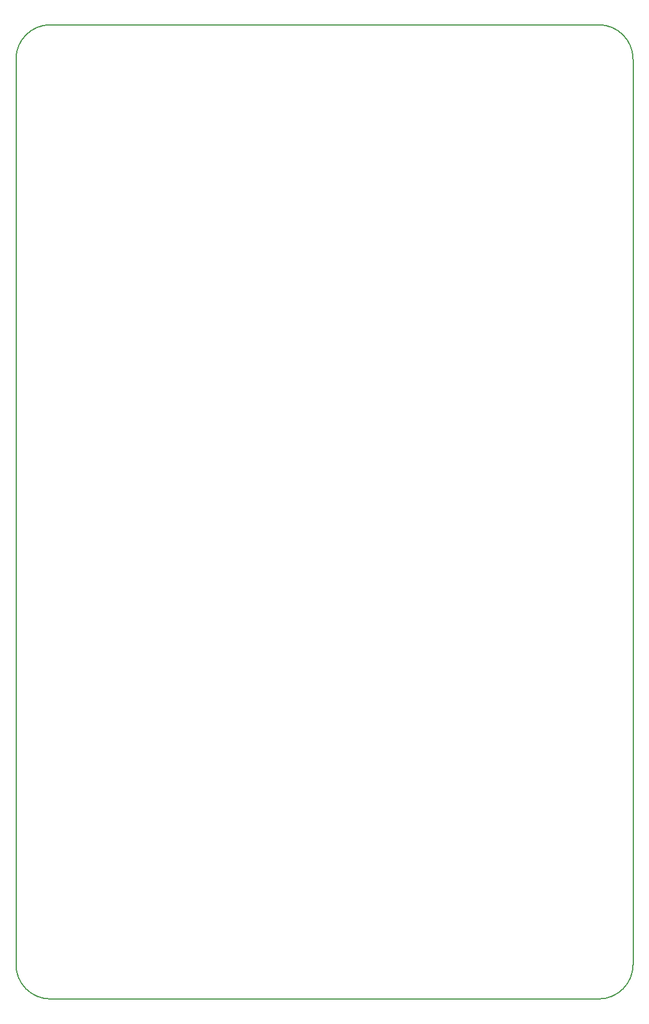
<source format=gm1>
G04 #@! TF.GenerationSoftware,KiCad,Pcbnew,no-vcs-found-40f60c9~58~ubuntu16.04.1*
G04 #@! TF.CreationDate,2017-03-31T16:30:05+01:00*
G04 #@! TF.ProjectId,bigtime,62696774696D652E6B696361645F7063,rev?*
G04 #@! TF.FileFunction,Profile,NP*
%FSLAX46Y46*%
G04 Gerber Fmt 4.6, Leading zero omitted, Abs format (unit mm)*
G04 Created by KiCad (PCBNEW no-vcs-found-40f60c9~58~ubuntu16.04.1) date Fri Mar 31 16:30:05 2017*
%MOMM*%
%LPD*%
G01*
G04 APERTURE LIST*
%ADD10C,0.100000*%
%ADD11C,0.150000*%
%ADD12C,0.200000*%
G04 APERTURE END LIST*
D10*
D11*
X125000000Y-24000000D02*
X125000000Y-29000000D01*
X210000000Y-19000000D02*
X130000000Y-19000000D01*
X215000000Y-24000000D02*
X215000000Y-29000000D01*
X215000000Y-151000000D02*
X215000000Y-156000000D01*
X130000000Y-161000000D02*
X210000000Y-161000000D01*
X125000000Y-151000000D02*
X125000000Y-156000000D01*
X130000000Y-161000000D02*
G75*
G02X125000000Y-156000000I0J5000000D01*
G01*
D12*
X215000000Y-156000000D02*
G75*
G02X210000000Y-161000000I-5000000J0D01*
G01*
D11*
X210000000Y-19000000D02*
G75*
G02X215000000Y-24000000I0J-5000000D01*
G01*
X125000000Y-24000000D02*
G75*
G02X130000000Y-19000000I5000000J0D01*
G01*
X125000000Y-151000000D02*
X125000000Y-29000000D01*
X215000000Y-29000000D02*
X215000000Y-151000000D01*
M02*

</source>
